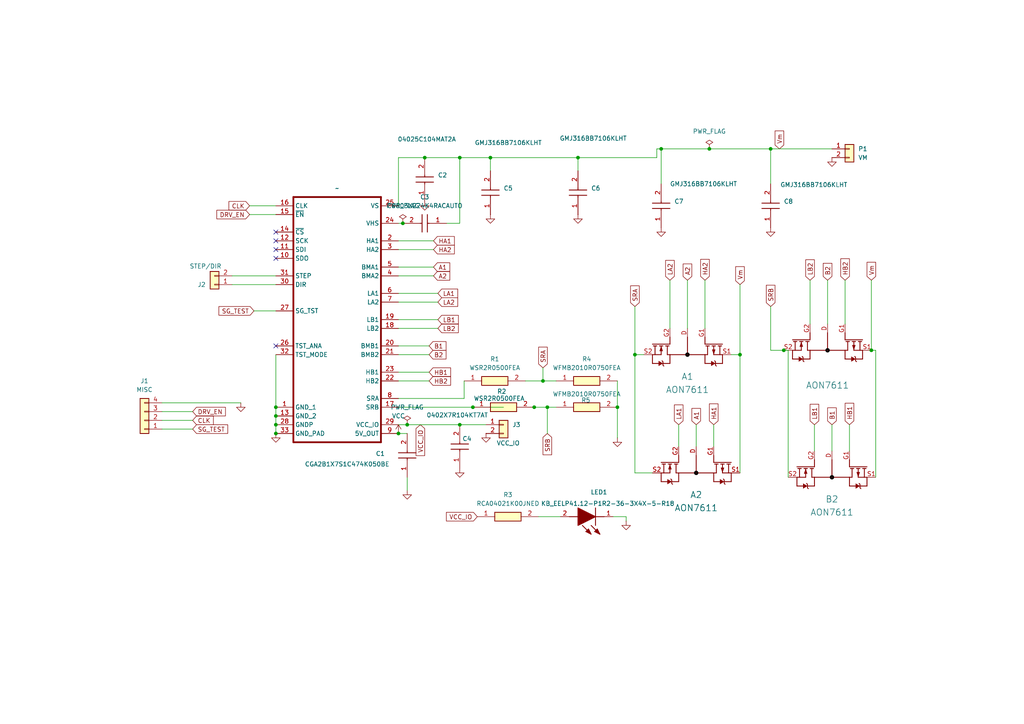
<source format=kicad_sch>
(kicad_sch (version 20231120) (generator "eeschema") (generator_version "8.0")
  (paper "A4")
  (lib_symbols
    (symbol "04025C104MAT2A:04025C104MAT2A" (pin_names hide)
      (property "Reference" "C" (at 8.89 6.35 0))
      (property "Value" "04025C104MAT2A" (at 8.89 3.81 0))
      (symbol "04025C104MAT2A_1_1"
        (polyline (pts (xy 5.08 0) (xy 5.588 0)) (stroke (width 0.254)))
        (polyline (pts (xy 5.588 2.54) (xy 5.588 -2.54)) (stroke (width 0.254)))
        (polyline (pts (xy 7.112 0) (xy 7.62 0)) (stroke (width 0.254)))
        (polyline (pts (xy 7.112 2.54) (xy 7.112 -2.54)) (stroke (width 0.254)))
        (pin passive line (at 0 0 0) (length 5.08) (name "1") (number "1"))
        (pin passive line (at 12.7 0 180) (length 5.08) (name "2") (number "2"))
      )
    )
    (symbol "0402X7R104KT7AT:0402X7R104KT7AT" (pin_names hide)
      (property "Reference" "C" (at 8.89 6.35 0))
      (property "Value" "0402X7R104KT7AT" (at 8.89 3.81 0))
      (symbol "0402X7R104KT7AT_1_1"
        (polyline (pts (xy 5.08 0) (xy 5.588 0)) (stroke (width 0.254)))
        (polyline (pts (xy 5.588 2.54) (xy 5.588 -2.54)) (stroke (width 0.254)))
        (polyline (pts (xy 7.112 0) (xy 7.62 0)) (stroke (width 0.254)))
        (polyline (pts (xy 7.112 2.54) (xy 7.112 -2.54)) (stroke (width 0.254)))
        (pin passive line (at 0 0 0) (length 5.08) (name "1") (number "1"))
        (pin passive line (at 12.7 0 180) (length 5.08) (name "2") (number "2"))
      )
    )
    (symbol "C0603X224K4RACAUTO:C0603X224K4RACAUTO" (pin_names hide)
      (property "Reference" "C" (at 8.89 6.35 0))
      (property "Value" "C0603X224K4RACAUTO" (at 8.89 3.81 0))
      (symbol "C0603X224K4RACAUTO_1_1"
        (polyline (pts (xy 5.08 0) (xy 5.588 0)) (stroke (width 0.254)))
        (polyline (pts (xy 5.588 2.54) (xy 5.588 -2.54)) (stroke (width 0.254)))
        (polyline (pts (xy 7.112 0) (xy 7.62 0)) (stroke (width 0.254)))
        (polyline (pts (xy 7.112 2.54) (xy 7.112 -2.54)) (stroke (width 0.254)))
        (pin passive line (at 0 0 0) (length 5.08) (name "1") (number "1"))
        (pin passive line (at 12.7 0 180) (length 5.08) (name "2") (number "2"))
      )
    )
    (symbol "CGA2B1X7S1C474K050BE:CGA2B1X7S1C474K050BE" (pin_names hide)
      (property "Reference" "C" (at 8.89 6.35 0))
      (property "Value" "CGA2B1X7S1C474K050BE" (at 8.89 3.81 0))
      (symbol "CGA2B1X7S1C474K050BE_1_1"
        (polyline (pts (xy 5.08 0) (xy 5.588 0)) (stroke (width 0.254)))
        (polyline (pts (xy 5.588 2.54) (xy 5.588 -2.54)) (stroke (width 0.254)))
        (polyline (pts (xy 7.112 0) (xy 7.62 0)) (stroke (width 0.254)))
        (polyline (pts (xy 7.112 2.54) (xy 7.112 -2.54)) (stroke (width 0.254)))
        (pin passive line (at 0 0 0) (length 5.08) (name "1") (number "1"))
        (pin passive line (at 12.7 0 180) (length 5.08) (name "2") (number "2"))
      )
    )
    (symbol "Connector_Generic:Conn_01x02" (pin_names (offset 1.016) hide)
      (property "Reference" "J" (at 0 2.54 0))
      (property "Value" "Conn_01x02" (at 0 -5.08 0))
      (symbol "Conn_01x02_1_1"
        (rectangle (start -1.27 -2.413) (end 0 -2.667) (stroke (width 0.1524)))
        (rectangle (start -1.27 0.127) (end 0 -0.127) (stroke (width 0.1524)))
        (rectangle (start -1.27 1.27) (end 1.27 -3.81) (stroke (width 0.254)) (fill (type background)))
        (pin passive line (at -5.08 0 0) (length 3.81) (name "Pin_1") (number "1"))
        (pin passive line (at -5.08 -2.54 0) (length 3.81) (name "Pin_2") (number "2"))
      )
    )
    (symbol "Connector_Generic:Conn_01x04" (pin_names (offset 1.016) hide)
      (property "Reference" "J" (at 0 5.08 0))
      (property "Value" "Conn_01x04" (at 0 -7.62 0))
      (symbol "Conn_01x04_1_1"
        (rectangle (start -1.27 -4.953) (end 0 -5.207) (stroke (width 0.1524)))
        (rectangle (start -1.27 -2.413) (end 0 -2.667) (stroke (width 0.1524)))
        (rectangle (start -1.27 0.127) (end 0 -0.127) (stroke (width 0.1524)))
        (rectangle (start -1.27 2.667) (end 0 2.413) (stroke (width 0.1524)))
        (rectangle (start -1.27 3.81) (end 1.27 -6.35) (stroke (width 0.254)) (fill (type background)))
        (pin passive line (at -5.08 2.54 0) (length 3.81) (name "Pin_1") (number "1"))
        (pin passive line (at -5.08 0 0) (length 3.81) (name "Pin_2") (number "2"))
        (pin passive line (at -5.08 -2.54 0) (length 3.81) (name "Pin_3") (number "3"))
        (pin passive line (at -5.08 -5.08 0) (length 3.81) (name "Pin_4") (number "4"))
      )
    )
    (symbol "GMJ316BB7106KLHT:GMJ316BB7106KLHT" (pin_names hide)
      (property "Reference" "C" (at 8.89 6.35 0))
      (property "Value" "GMJ316BB7106KLHT" (at 8.89 3.81 0))
      (symbol "GMJ316BB7106KLHT_1_1"
        (polyline (pts (xy 5.08 0) (xy 5.588 0)) (stroke (width 0.254)))
        (polyline (pts (xy 5.588 2.54) (xy 5.588 -2.54)) (stroke (width 0.254)))
        (polyline (pts (xy 7.112 0) (xy 7.62 0)) (stroke (width 0.254)))
        (polyline (pts (xy 7.112 2.54) (xy 7.112 -2.54)) (stroke (width 0.254)))
        (pin passive line (at 0 0 0) (length 5.08) (name "1") (number "1"))
        (pin passive line (at 12.7 0 180) (length 5.08) (name "2") (number "2"))
      )
    )
    (symbol "KB_EELP41_12-P1R2-36-3X4X-5-R1:KB_EELP41.12-P1R2-36-3X4X-5-R18" (pin_names hide)
      (property "Reference" "LED" (at 12.7 8.89 0))
      (property "Value" "KB_EELP41.12-P1R2-36-3X4X-5-R18" (at 12.7 6.35 0))
      (symbol "KB_EELP41.12-P1R2-36-3X4X-5-R18_1_1"
        (polyline (pts (xy 2.54 0) (xy 5.08 0)) (stroke (width 0.254)))
        (polyline (pts (xy 5.08 2.54) (xy 5.08 -2.54)) (stroke (width 0.254)))
        (polyline (pts (xy 6.35 2.54) (xy 3.81 5.08)) (stroke (width 0.254)))
        (polyline (pts (xy 8.89 2.54) (xy 6.35 5.08)) (stroke (width 0.254)))
        (polyline (pts (xy 10.16 0) (xy 12.7 0)) (stroke (width 0.254)))
        (polyline (pts (xy 5.08 0) (xy 10.16 2.54) (xy 10.16 -2.54) (xy 5.08 0)) (stroke (width 0.254)) (fill (type outline)))
        (polyline (pts (xy 5.334 4.318) (xy 4.572 3.556) (xy 3.81 5.08) (xy 5.334 4.318)) (stroke (width 0.254)) (fill (type outline)))
        (polyline (pts (xy 7.874 4.318) (xy 7.112 3.556) (xy 6.35 5.08) (xy 7.874 4.318)) (stroke (width 0.254)) (fill (type outline)))
        (pin passive line (at 0 0 0) (length 2.54) (name "K") (number "1"))
        (pin passive line (at 15.24 0 180) (length 2.54) (name "A") (number "2"))
      )
    )
    (symbol "RCA04021K00JNED:RCA04021K00JNED" (pin_names hide)
      (property "Reference" "R" (at 13.97 6.35 0))
      (property "Value" "RCA04021K00JNED" (at 13.97 3.81 0))
      (symbol "RCA04021K00JNED_1_1"
        (rectangle (start 5.08 1.27) (end 12.7 -1.27) (stroke (width 0.254)) (fill (type background)))
        (pin passive line (at 0 0 0) (length 5.08) (name "1") (number "1"))
        (pin passive line (at 17.78 0 180) (length 5.08) (name "2") (number "2"))
      )
    )
    (symbol "TMC262-LA:TMC262-LA"
      (property "Reference" "IC" (at 17.78 3.81 0))
      (symbol "TMC262-LA_1_0"
        (polyline (pts (xy 5.08 -68.58) (xy 30.48 -68.58)) (stroke (width 0.51)))
        (polyline (pts (xy 5.08 2.54) (xy 5.08 -68.58)) (stroke (width 0.51)))
        (polyline (pts (xy 30.48 -68.58) (xy 30.48 2.54)) (stroke (width 0.51)))
        (polyline (pts (xy 30.48 2.54) (xy 5.08 2.54)) (stroke (width 0.51)))
        (pin power_in line (at 0 -58.42 0) (length 5.08) (name "GND_1") (number "1"))
        (pin output line (at 0 -15.24 0) (length 5.08) (name "SDO") (number "10"))
        (pin input line (at 0 -12.7 0) (length 5.08) (name "SDI") (number "11"))
        (pin input line (at 0 -10.16 0) (length 5.08) (name "SCK") (number "12"))
        (pin power_in line (at 0 -60.96 0) (length 5.08) (name "GND_2") (number "13"))
        (pin input line (at 0 -7.62 0) (length 5.08) (name "~{CS}") (number "14"))
        (pin input line (at 0 -2.54 0) (length 5.08) (name "~{EN}") (number "15"))
        (pin input line (at 0 0 0) (length 5.08) (name "CLK") (number "16"))
        (pin input line (at 35.56 -58.42 180) (length 5.08) (name "SRB") (number "17"))
        (pin output line (at 35.56 -35.56 180) (length 5.08) (name "LB2") (number "18"))
        (pin output line (at 35.56 -33.02 180) (length 5.08) (name "LB1") (number "19"))
        (pin output line (at 35.56 -10.16 180) (length 5.08) (name "HA1") (number "2"))
        (pin input line (at 35.56 -40.64 180) (length 5.08) (name "BMB1") (number "20"))
        (pin input line (at 35.56 -43.18 180) (length 5.08) (name "BMB2") (number "21"))
        (pin output line (at 35.56 -50.8 180) (length 5.08) (name "HB2") (number "22"))
        (pin output line (at 35.56 -48.26 180) (length 5.08) (name "HB1") (number "23"))
        (pin power_in line (at 35.56 -5.08 180) (length 5.08) (name "VHS") (number "24"))
        (pin power_in line (at 35.56 0 180) (length 5.08) (name "VS") (number "25"))
        (pin output line (at 0 -40.64 0) (length 5.08) (name "TST_ANA") (number "26"))
        (pin output line (at 0 -30.48 0) (length 5.08) (name "SG_TST") (number "27"))
        (pin power_in line (at 0 -63.5 0) (length 5.08) (name "GNDP") (number "28"))
        (pin power_in line (at 35.56 -63.5 180) (length 5.08) (name "VCC_IO") (number "29"))
        (pin output line (at 35.56 -12.7 180) (length 5.08) (name "HA2") (number "3"))
        (pin input line (at 0 -22.86 0) (length 5.08) (name "DIR") (number "30"))
        (pin input line (at 0 -20.32 0) (length 5.08) (name "STEP") (number "31"))
        (pin input line (at 0 -43.18 0) (length 5.08) (name "TST_MODE") (number "32"))
        (pin power_in line (at 0 -66.04 0) (length 5.08) (name "GND_PAD") (number "33"))
        (pin input line (at 35.56 -20.32 180) (length 5.08) (name "BMA2") (number "4"))
        (pin input line (at 35.56 -17.78 180) (length 5.08) (name "BMA1") (number "5"))
        (pin output line (at 35.56 -25.4 180) (length 5.08) (name "LA1") (number "6"))
        (pin output line (at 35.56 -27.94 180) (length 5.08) (name "LA2") (number "7"))
        (pin input line (at 35.56 -55.88 180) (length 5.08) (name "SRA") (number "8"))
        (pin power_in line (at 35.56 -66.04 180) (length 5.08) (name "5V_OUT") (number "9"))
      )
    )
    (symbol "TMC262_BOB40_V1_2:AON7611"
      (property "Value" "AON7611" (at -1.27 -3.81 0))
      (symbol "AON7611_1_0"
        (polyline (pts (xy -5.08 5.08) (xy -3.048 5.08)) (stroke (width 0.254)))
        (polyline (pts (xy -5.08 10.16) (xy 0 10.16)) (stroke (width 0.254)))
        (polyline (pts (xy -5.08 15.24) (xy -3.048 15.24)) (stroke (width 0.254)))
        (polyline (pts (xy -3.048 5.08) (xy -3.048 0)) (stroke (width 0.254)))
        (polyline (pts (xy -3.048 20.32) (xy -3.048 15.24)) (stroke (width 0.254)))
        (polyline (pts (xy -2.54 0.254) (xy -2.54 1.27)) (stroke (width 0.254)))
        (polyline (pts (xy -2.54 2.032) (xy -2.54 3.048)) (stroke (width 0.254)))
        (polyline (pts (xy -2.54 4.826) (xy -2.54 3.81)) (stroke (width 0.254)))
        (polyline (pts (xy -2.54 15.494) (xy -2.54 16.51)) (stroke (width 0.254)))
        (polyline (pts (xy -2.54 17.272) (xy -2.54 18.288)) (stroke (width 0.254)))
        (polyline (pts (xy -2.54 19.05) (xy -2.54 20.066)) (stroke (width 0.254)))
        (polyline (pts (xy 0 0) (xy 2.54 0)) (stroke (width 0.254)))
        (polyline (pts (xy 0 0.762) (xy -2.54 0.762)) (stroke (width 0.254)))
        (polyline (pts (xy 0 2.54) (xy -2.54 2.54)) (stroke (width 0.254)))
        (polyline (pts (xy 0 2.54) (xy 0 0)) (stroke (width 0.254)))
        (polyline (pts (xy 0 4.318) (xy -2.54 4.318)) (stroke (width 0.254)))
        (polyline (pts (xy 0 4.318) (xy 0 5.08)) (stroke (width 0.254)))
        (polyline (pts (xy 0 5.08) (xy 2.54 5.08)) (stroke (width 0.254)))
        (polyline (pts (xy 0 15.24) (xy 0 5.08)) (stroke (width 0.254)))
        (polyline (pts (xy 0 15.24) (xy 2.54 15.24)) (stroke (width 0.254)))
        (polyline (pts (xy 0 16.002) (xy -2.54 16.002)) (stroke (width 0.254)))
        (polyline (pts (xy 0 16.002) (xy 0 15.24)) (stroke (width 0.254)))
        (polyline (pts (xy 0 17.78) (xy -2.54 17.78)) (stroke (width 0.254)))
        (polyline (pts (xy 0 17.78) (xy 0 20.32)) (stroke (width 0.254)))
        (polyline (pts (xy 0 19.558) (xy -2.54 19.558)) (stroke (width 0.254)))
        (polyline (pts (xy 0 20.32) (xy 2.54 20.32)) (stroke (width 0.254)))
        (polyline (pts (xy 2.54 0) (xy 2.54 1.778)) (stroke (width 0.254)))
        (polyline (pts (xy 2.54 5.08) (xy 2.54 3.048)) (stroke (width 0.254)))
        (polyline (pts (xy 2.54 15.24) (xy 2.54 17.018)) (stroke (width 0.254)))
        (polyline (pts (xy 2.54 20.32) (xy 2.54 18.288)) (stroke (width 0.254)))
        (polyline (pts (xy -2.54 2.54) (xy -1.016 2.032) (xy -1.016 3.048) (xy -2.54 2.54)) (stroke (width -0.0001)) (fill (type outline)))
        (polyline (pts (xy 0 17.78) (xy -1.524 18.288) (xy -1.524 17.272) (xy 0 17.78)) (stroke (width -0.0001)) (fill (type outline)))
        (polyline (pts (xy 2.54 3.048) (xy 1.778 1.778) (xy 3.302 1.778) (xy 2.54 3.048)) (stroke (width -0.0001)) (fill (type outline)))
        (polyline (pts (xy 2.54 18.288) (xy 1.778 17.018) (xy 3.302 17.018) (xy 2.54 18.288)) (stroke (width -0.0001)) (fill (type outline)))
        (polyline (pts (xy 3.302 3.302) (xy 3.048 3.048) (xy 2.032 3.048) (xy 1.778 2.794)) (stroke (width 0.254)))
        (polyline (pts (xy 3.302 18.542) (xy 3.048 18.288) (xy 2.032 18.288) (xy 1.778 18.034)) (stroke (width 0.254)))
        (circle (center 0 10.16) (radius 0.127) (stroke (width 0.508) (color 0 0 0 1)))
        (pin passive line (at -7.62 10.16 0) (length 2.54) (name "D") (number "D"))
        (pin passive line (at -7.62 15.24 0) (length 2.54) (name "G1") (number "G1"))
        (pin passive line (at -7.62 5.08 0) (length 2.54) (name "G2") (number "G2"))
        (pin passive line (at 0 22.86 270) (length 2.54) (name "S1") (number "S1"))
        (pin passive line (at 0 -2.54 90) (length 2.54) (name "S2") (number "S2"))
      )
    )
    (symbol "WFMB2010R0750FEA:WFMB2010R0750FEA" (pin_names hide)
      (property "Reference" "R" (at 13.97 6.35 0))
      (property "Value" "WFMB2010R0750FEA" (at 13.97 3.81 0))
      (symbol "WFMB2010R0750FEA_1_1"
        (rectangle (start 5.08 1.27) (end 12.7 -1.27) (stroke (width 0.254)) (fill (type background)))
        (pin passive line (at 0 0 0) (length 5.08) (name "1") (number "1"))
        (pin passive line (at 17.78 0 180) (length 5.08) (name "2") (number "2"))
      )
    )
    (symbol "WSR2R0500FEA:WSR2R0500FEA" (pin_names hide)
      (property "Reference" "R" (at 13.97 6.35 0))
      (property "Value" "WSR2R0500FEA" (at 13.97 3.81 0))
      (symbol "WSR2R0500FEA_1_1"
        (rectangle (start 5.08 1.27) (end 12.7 -1.27) (stroke (width 0.254)) (fill (type background)))
        (pin passive line (at 0 0 0) (length 5.08) (name "1") (number "1"))
        (pin passive line (at 17.78 0 180) (length 5.08) (name "2") (number "2"))
      )
    )
    (symbol "power:GND" (power) (pin_numbers hide) (pin_names (offset 0) hide)
      (property "Value" "GND" (at 0 -3.81 0))
      (symbol "GND_0_1"
        (polyline (pts (xy 0 0) (xy 0 -1.27) (xy 1.27 -1.27) (xy 0 -2.54) (xy -1.27 -1.27) (xy 0 -1.27)))
      )
      (symbol "GND_1_1"
        (pin power_in line (at 0 0 270) (length 0) (name "~") (number "1"))
      )
    )
    (symbol "power:PWR_FLAG" (power) (pin_numbers hide) (pin_names (offset 0) hide)
      (property "Value" "PWR_FLAG" (at 0 3.81 0))
      (symbol "PWR_FLAG_0_0"
        (pin power_out line (at 0 0 90) (length 0) (name "~") (number "1"))
      )
      (symbol "PWR_FLAG_0_1"
        (polyline (pts (xy 0 0) (xy 0 1.27) (xy -1.016 1.905) (xy 0 2.54) (xy 1.016 1.905) (xy 0 1.27)))
      )
    )
    (symbol "power:VCC" (power) (pin_numbers hide) (pin_names (offset 0) hide)
      (property "Value" "VCC" (at 0 3.556 0))
      (symbol "VCC_0_1"
        (polyline (pts (xy -0.762 1.27) (xy 0 2.54)))
        (polyline (pts (xy 0 0) (xy 0 2.54)))
        (polyline (pts (xy 0 2.54) (xy 0.762 1.27)))
      )
      (symbol "VCC_1_1"
        (pin power_in line (at 0 0 90) (length 0) (name "~") (number "1"))
      )
    )
  )
  (junction (at 167.64 45.72))
  (junction (at 133.35 123.19))
  (junction (at 223.52 43.18))
  (junction (at 158.75 118.11))
  (junction (at 80.01 125.73))
  (junction (at 179.07 118.11))
  (junction (at 133.35 45.72))
  (junction (at 191.77 43.18))
  (junction (at 80.01 118.11))
  (junction (at 118.11 123.19))
  (junction (at 157.48 110.49))
  (junction (at 115.57 125.73))
  (junction (at 205.74 43.18))
  (junction (at 80.01 120.65))
  (junction (at 252.73 101.6))
  (junction (at 142.24 45.72))
  (junction (at 80.01 123.19))
  (junction (at 123.19 45.72))
  (junction (at 154.94 118.11))
  (junction (at 184.15 102.87))
  (junction (at 116.84 64.77))
  (junction (at 214.63 102.87))
  (junction (at 137.16 118.11))
  (junction (at 227.33 101.6))
  (no_connect (at 80.01 69.85))
  (no_connect (at 80.01 67.31))
  (no_connect (at 80.01 72.39))
  (no_connect (at 80.01 100.33))
  (no_connect (at 80.01 74.93))
  (wire (pts (xy 205.74 43.18) (xy 223.52 43.18)))
  (wire (pts (xy 191.77 43.18) (xy 205.74 43.18)))
  (wire (pts (xy 115.57 100.33) (xy 124.46 100.33)))
  (wire (pts (xy 214.63 82.55) (xy 214.63 102.87)))
  (wire (pts (xy 115.57 102.87) (xy 124.46 102.87)))
  (wire (pts (xy 133.35 45.72) (xy 142.24 45.72)))
  (wire (pts (xy 158.75 118.11) (xy 161.29 118.11)))
  (wire (pts (xy 241.3 123.19) (xy 241.3 130.81)))
  (wire (pts (xy 115.57 107.95) (xy 124.46 107.95)))
  (wire (pts (xy 227.33 101.6) (xy 228.6 101.6)))
  (wire (pts (xy 161.29 110.49) (xy 157.48 110.49)))
  (wire (pts (xy 80.01 123.19) (xy 80.01 125.73)))
  (wire (pts (xy 118.11 123.19) (xy 133.35 123.19)))
  (wire (pts (xy 199.39 81.28) (xy 199.39 95.25)))
  (wire (pts (xy 67.31 80.01) (xy 80.01 80.01)))
  (wire (pts (xy 72.39 59.69) (xy 80.01 59.69)))
  (wire (pts (xy 115.57 80.01) (xy 125.73 80.01)))
  (wire (pts (xy 80.01 118.11) (xy 80.01 120.65)))
  (wire (pts (xy 133.35 123.19) (xy 140.97 123.19)))
  (wire (pts (xy 241.3 43.18) (xy 223.52 43.18)))
  (wire (pts (xy 184.15 102.87) (xy 186.69 102.87)))
  (wire (pts (xy 137.16 118.11) (xy 146.05 118.11)))
  (wire (pts (xy 115.57 110.49) (xy 124.46 110.49)))
  (wire (pts (xy 115.57 92.71) (xy 127 92.71)))
  (wire (pts (xy 177.8 149.86) (xy 181.61 149.86)))
  (wire (pts (xy 184.15 88.9) (xy 184.15 102.87)))
  (wire (pts (xy 67.31 82.55) (xy 80.01 82.55)))
  (wire (pts (xy 204.47 81.28) (xy 204.47 95.25)))
  (wire (pts (xy 142.24 45.72) (xy 167.64 45.72)))
  (wire (pts (xy 181.61 149.86) (xy 181.61 151.13)))
  (wire (pts (xy 189.23 137.16) (xy 184.15 137.16)))
  (wire (pts (xy 142.24 45.72) (xy 142.24 49.53)))
  (wire (pts (xy 115.57 77.47) (xy 125.73 77.47)))
  (wire (pts (xy 190.5 43.18) (xy 190.5 45.72)))
  (wire (pts (xy 252.73 81.28) (xy 252.73 101.6)))
  (wire (pts (xy 236.22 123.19) (xy 236.22 130.81)))
  (wire (pts (xy 115.57 87.63) (xy 127 87.63)))
  (wire (pts (xy 80.01 120.65) (xy 80.01 123.19)))
  (wire (pts (xy 115.57 69.85) (xy 125.73 69.85)))
  (wire (pts (xy 246.38 123.19) (xy 246.38 130.81)))
  (wire (pts (xy 223.52 43.18) (xy 223.52 53.34)))
  (wire (pts (xy 254 138.43) (xy 254 101.6)))
  (wire (pts (xy 72.39 62.23) (xy 80.01 62.23)))
  (wire (pts (xy 46.99 116.84) (xy 69.85 116.84)))
  (wire (pts (xy 115.57 72.39) (xy 125.73 72.39)))
  (wire (pts (xy 118.11 138.43) (xy 118.11 142.24)))
  (wire (pts (xy 115.57 59.69) (xy 115.57 45.72)))
  (wire (pts (xy 115.57 45.72) (xy 123.19 45.72)))
  (wire (pts (xy 214.63 102.87) (xy 214.63 137.16)))
  (wire (pts (xy 245.11 81.28) (xy 245.11 93.98)))
  (wire (pts (xy 194.31 81.28) (xy 194.31 95.25)))
  (wire (pts (xy 212.09 102.87) (xy 214.63 102.87)))
  (wire (pts (xy 133.35 45.72) (xy 133.35 64.77)))
  (wire (pts (xy 115.57 125.73) (xy 118.11 125.73)))
  (wire (pts (xy 157.48 110.49) (xy 152.4 110.49)))
  (wire (pts (xy 196.85 123.19) (xy 196.85 129.54)))
  (wire (pts (xy 228.6 138.43) (xy 228.6 101.6)))
  (wire (pts (xy 73.66 90.17) (xy 80.01 90.17)))
  (wire (pts (xy 129.54 64.77) (xy 133.35 64.77)))
  (wire (pts (xy 191.77 43.18) (xy 190.5 43.18)))
  (wire (pts (xy 134.62 110.49) (xy 134.62 115.57)))
  (wire (pts (xy 80.01 102.87) (xy 80.01 118.11)))
  (wire (pts (xy 156.21 149.86) (xy 162.56 149.86)))
  (wire (pts (xy 240.03 81.28) (xy 240.03 93.98)))
  (wire (pts (xy 184.15 137.16) (xy 184.15 102.87)))
  (wire (pts (xy 223.52 88.9) (xy 223.52 101.6)))
  (wire (pts (xy 207.01 123.19) (xy 207.01 129.54)))
  (wire (pts (xy 154.94 118.11) (xy 153.67 118.11)))
  (wire (pts (xy 234.95 81.28) (xy 234.95 93.98)))
  (wire (pts (xy 115.57 85.09) (xy 127 85.09)))
  (wire (pts (xy 179.07 118.11) (xy 179.07 127)))
  (wire (pts (xy 116.84 64.77) (xy 115.57 64.77)))
  (wire (pts (xy 254 101.6) (xy 252.73 101.6)))
  (wire (pts (xy 201.93 123.19) (xy 201.93 129.54)))
  (wire (pts (xy 167.64 45.72) (xy 167.64 49.53)))
  (wire (pts (xy 157.48 106.68) (xy 157.48 110.49)))
  (wire (pts (xy 46.99 121.92) (xy 55.88 121.92)))
  (wire (pts (xy 46.99 119.38) (xy 55.88 119.38)))
  (wire (pts (xy 46.99 124.46) (xy 55.88 124.46)))
  (wire (pts (xy 158.75 118.11) (xy 154.94 118.11)))
  (wire (pts (xy 115.57 95.25) (xy 127 95.25)))
  (wire (pts (xy 179.07 110.49) (xy 179.07 118.11)))
  (wire (pts (xy 167.64 45.72) (xy 190.5 45.72)))
  (wire (pts (xy 115.57 115.57) (xy 134.62 115.57)))
  (wire (pts (xy 223.52 101.6) (xy 227.33 101.6)))
  (wire (pts (xy 191.77 43.18) (xy 191.77 53.34)))
  (wire (pts (xy 158.75 118.11) (xy 158.75 125.73)))
  (wire (pts (xy 115.57 118.11) (xy 137.16 118.11)))
  (wire (pts (xy 115.57 123.19) (xy 118.11 123.19)))
  (wire (pts (xy 123.19 45.72) (xy 133.35 45.72)))
  (global_label "A1" (shape input) (at 201.93 123.19 90) (property "Intersheetrefs" "${INTERSHEET_REFS}" (effects (hide yes))))
  (global_label "Vm" (shape input) (at 252.73 81.28 90) (property "Intersheetrefs" "${INTERSHEET_REFS}" (effects (hide yes))))
  (global_label "A2" (shape input) (at 199.39 81.28 90) (property "Intersheetrefs" "${INTERSHEET_REFS}" (effects (hide yes))))
  (global_label "SRA" (shape input) (at 157.48 106.68 90) (property "Intersheetrefs" "${INTERSHEET_REFS}" (effects (hide yes))))
  (global_label "HA1" (shape input) (at 125.73 69.85 0) (property "Intersheetrefs" "${INTERSHEET_REFS}" (effects (hide yes))))
  (global_label "SG_TEST" (shape input) (at 73.66 90.17 180) (property "Intersheetrefs" "${INTERSHEET_REFS}" (effects (hide yes))))
  (global_label "B1" (shape input) (at 241.3 123.19 90) (property "Intersheetrefs" "${INTERSHEET_REFS}" (effects (hide yes))))
  (global_label "HB1" (shape input) (at 124.46 107.95 0) (property "Intersheetrefs" "${INTERSHEET_REFS}" (effects (hide yes))))
  (global_label "LA2" (shape input) (at 127 87.63 0) (property "Intersheetrefs" "${INTERSHEET_REFS}" (effects (hide yes))))
  (global_label "VCC_IO" (shape input) (at 138.43 149.86 180) (property "Intersheetrefs" "${INTERSHEET_REFS}" (effects (hide yes))))
  (global_label "LA1" (shape input) (at 196.85 123.19 90) (property "Intersheetrefs" "${INTERSHEET_REFS}" (effects (hide yes))))
  (global_label "HB1" (shape input) (at 246.38 123.19 90) (property "Intersheetrefs" "${INTERSHEET_REFS}" (effects (hide yes))))
  (global_label "HA1" (shape input) (at 207.01 123.19 90) (property "Intersheetrefs" "${INTERSHEET_REFS}" (effects (hide yes))))
  (global_label "HA2" (shape input) (at 204.47 81.28 90) (property "Intersheetrefs" "${INTERSHEET_REFS}" (effects (hide yes))))
  (global_label "DRV_EN" (shape input) (at 55.88 119.38 0) (property "Intersheetrefs" "${INTERSHEET_REFS}" (effects (hide yes))))
  (global_label "A1" (shape input) (at 125.73 77.47 0) (property "Intersheetrefs" "${INTERSHEET_REFS}" (effects (hide yes))))
  (global_label "B2" (shape input) (at 124.46 102.87 0) (property "Intersheetrefs" "${INTERSHEET_REFS}" (effects (hide yes))))
  (global_label "LB2" (shape input) (at 127 95.25 0) (property "Intersheetrefs" "${INTERSHEET_REFS}" (effects (hide yes))))
  (global_label "LA2" (shape input) (at 194.31 81.28 90) (property "Intersheetrefs" "${INTERSHEET_REFS}" (effects (hide yes))))
  (global_label "Vm" (shape input) (at 226.06 43.18 90) (property "Intersheetrefs" "${INTERSHEET_REFS}" (effects (hide yes))))
  (global_label "VCC_IO" (shape input) (at 121.92 123.19 270) (property "Intersheetrefs" "${INTERSHEET_REFS}" (effects (hide yes))))
  (global_label "SRB" (shape input) (at 223.52 88.9 90) (property "Intersheetrefs" "${INTERSHEET_REFS}" (effects (hide yes))))
  (global_label "LB1" (shape input) (at 127 92.71 0) (property "Intersheetrefs" "${INTERSHEET_REFS}" (effects (hide yes))))
  (global_label "SRB" (shape input) (at 158.75 125.73 270) (property "Intersheetrefs" "${INTERSHEET_REFS}" (effects (hide yes))))
  (global_label "CLK" (shape input) (at 55.88 121.92 0) (property "Intersheetrefs" "${INTERSHEET_REFS}" (effects (hide yes))))
  (global_label "A2" (shape input) (at 125.73 80.01 0) (property "Intersheetrefs" "${INTERSHEET_REFS}" (effects (hide yes))))
  (global_label "B1" (shape input) (at 124.46 100.33 0) (property "Intersheetrefs" "${INTERSHEET_REFS}" (effects (hide yes))))
  (global_label "LB2" (shape input) (at 234.95 81.28 90) (property "Intersheetrefs" "${INTERSHEET_REFS}" (effects (hide yes))))
  (global_label "CLK" (shape input) (at 72.39 59.69 180) (property "Intersheetrefs" "${INTERSHEET_REFS}" (effects (hide yes))))
  (global_label "Vm" (shape input) (at 214.63 82.55 90) (property "Intersheetrefs" "${INTERSHEET_REFS}" (effects (hide yes))))
  (global_label "HB2" (shape input) (at 124.46 110.49 0) (property "Intersheetrefs" "${INTERSHEET_REFS}" (effects (hide yes))))
  (global_label "LB1" (shape input) (at 236.22 123.19 90) (property "Intersheetrefs" "${INTERSHEET_REFS}" (effects (hide yes))))
  (global_label "HB2" (shape input) (at 245.11 81.28 90) (property "Intersheetrefs" "${INTERSHEET_REFS}" (effects (hide yes))))
  (global_label "SG_TEST" (shape input) (at 55.88 124.46 0) (property "Intersheetrefs" "${INTERSHEET_REFS}" (effects (hide yes))))
  (global_label "DRV_EN" (shape input) (at 72.39 62.23 180) (property "Intersheetrefs" "${INTERSHEET_REFS}" (effects (hide yes))))
  (global_label "LA1" (shape input) (at 127 85.09 0) (property "Intersheetrefs" "${INTERSHEET_REFS}" (effects (hide yes))))
  (global_label "B2" (shape input) (at 240.03 81.28 90) (property "Intersheetrefs" "${INTERSHEET_REFS}" (effects (hide yes))))
  (global_label "SRA" (shape input) (at 184.15 88.9 90) (property "Intersheetrefs" "${INTERSHEET_REFS}" (effects (hide yes))))
  (global_label "HA2" (shape input) (at 125.73 72.39 0) (property "Intersheetrefs" "${INTERSHEET_REFS}" (effects (hide yes))))
  (symbol (lib_id "power:GND") (at 140.97 125.73 0) (unit 1)
    (property "Reference" "#PWR07" (effects (hide yes)))
    (property "Value" "GND" (effects (hide yes)))
    (property "Description" "Power symbol creates a global label with name \"GND\" , ground" (effects (hide yes)))
  )
  (symbol (lib_id "GMJ316BB7106KLHT:GMJ316BB7106KLHT") (at 142.24 62.23 90) (unit 1)
    (property "Reference" "C5" (at 146.05 54.6099 90) (effects (justify right)))
    (property "Value" "GMJ316BB7106KLHT" (at 137.668 41.402 90) (effects (justify right)))
    (property "Footprint" "CAPPC3216X125N" (effects (hide yes)))
    (property "Datasheet" "https://datasheet.datasheetarchive.com/originals/distributors/DKDS-37/730539.pdf" (effects (hide yes)))
    (property "Description" "Multilayer Ceramic Capacitors MLCC - SMD/SMT 10uF 35V X7R 10% 1206 Flx AEC-Q200" (effects (hide yes)))
    (property "Height" "1.25" (effects (hide yes)))
    (property "Mouser Part Number" "963-GMJ316BB7106KLHT" (effects (hide yes)))
    (property "Mouser Price/Stock" "https://www.mouser.co.uk/ProductDetail/Taiyo-Yuden/GMJ316BB7106KLHT?qs=6oMev5NRZMHsJBH%2FrXfPIA%3D%3D" (effects (hide yes)))
    (property "Manufacturer_Name" "TAIYO YUDEN" (effects (hide yes)))
    (property "Manufacturer_Part_Number" "GMJ316BB7106KLHT" (effects (hide yes)))
  )
  (symbol (lib_id "0402X7R104KT7AT:0402X7R104KT7AT") (at 133.35 135.89 90) (unit 1)
    (property "Reference" "C4" (at 134.112 127.254 90) (effects (justify right)))
    (property "Value" "0402X7R104KT7AT" (at 123.698 120.396 90) (effects (justify right)))
    (property "Footprint" "CAPC1005X61N" (effects (hide yes)))
    (property "Datasheet" "https://www.mouser.es/datasheet/2/40/general_purpose-3169586.pdf" (effects (hide yes)))
    (property "Description" "Ceramic Capacitor, Multilayer, Ceramic, 16V, 10% +Tol, 10% -Tol, X7R, 15% TC, 0.1uF, Surface Mount, 0402" (effects (hide yes)))
    (property "Height" "0.61" (effects (hide yes)))
    (property "Mouser Part Number" "581-0402X7R104KT7AT" (effects (hide yes)))
    (property "Mouser Price/Stock" "https://www.mouser.co.uk/ProductDetail/KYOCERA-AVX/0402X7R104KT7AT?qs=DPoM0jnrROXD467pFR2ukA%3D%3D" (effects (hide yes)))
    (property "Manufacturer_Name" "Kyocera AVX" (effects (hide yes)))
    (property "Manufacturer_Part_Number" "0402X7R104KT7AT" (effects (hide yes)))
  )
  (symbol (lib_id "power:GND") (at 118.11 142.24 0) (unit 1)
    (property "Reference" "#PWR04" (effects (hide yes)))
    (property "Value" "GND" (effects (hide yes)))
    (property "Description" "Power symbol creates a global label with name \"GND\" , ground" (effects (hide yes)))
  )
  (symbol (lib_id "power:GND") (at 241.3 45.72 0) (unit 1)
    (property "Reference" "#PWR014" (effects (hide yes)))
    (property "Value" "GND" (effects (hide yes)))
    (property "Description" "Power symbol creates a global label with name \"GND\" , ground" (effects (hide yes)))
  )
  (symbol (lib_id "WSR2R0500FEA:WSR2R0500FEA") (at 134.62 110.49 0) (unit 1)
    (property "Reference" "R1" (at 143.51 104.14 0))
    (property "Value" "WSR2R0500FEA" (at 143.51 106.68 0))
    (property "Footprint" "RESM11670X254N" (effects (hide yes)))
    (property "Datasheet" "https://componentsearchengine.com/Datasheets/1/WSR2R0500FEA.pdf" (effects (hide yes)))
    (property "Description" "WSR2 SMD Resistor,2W,1%,R050 Vishay WSR2 Series Metal Strip Low Ohmic Surface Mount Resistor 4527 Case 50m +/-1% 2W +/-75ppm/C" (effects (hide yes)))
    (property "Height" "2.537" (effects (hide yes)))
    (property "Mouser Part Number" "71-WSR2R0500FEA" (effects (hide yes)))
    (property "Mouser Price/Stock" "https://www.mouser.com/Search/Refine.aspx?Keyword=71-WSR2R0500FEA" (effects (hide yes)))
    (property "Manufacturer_Name" "Vishay" (effects (hide yes)))
    (property "Manufacturer_Part_Number" "WSR2R0500FEA" (effects (hide yes)))
  )
  (symbol (lib_id "CGA2B1X7S1C474K050BE:CGA2B1X7S1C474K050BE") (at 118.11 138.43 90) (unit 1)
    (property "Reference" "C1" (at 108.966 131.572 90) (effects (justify right)))
    (property "Value" "CGA2B1X7S1C474K050BE" (at 88.392 134.62 90) (effects (justify right)))
    (property "Footprint" "CAPC1005X55N" (effects (hide yes)))
    (property "Description" "Multilayer Ceramic Capacitors MLCC - SMD/SMT 0402 0.47uF 16volts X7S 10% Soft Term" (effects (hide yes)))
    (property "Height" "0.55" (effects (hide yes)))
    (property "Mouser Part Number" "810-CGA2B1X7S1C474KB" (effects (hide yes)))
    (property "Mouser Price/Stock" "https://www.mouser.co.uk/ProductDetail/TDK/CGA2B1X7S1C474K050BE?qs=nQSIdc08i%252BcGEyDh8LdwLg%3D%3D" (effects (hide yes)))
    (property "Manufacturer_Name" "TDK" (effects (hide yes)))
    (property "Manufacturer_Part_Number" "CGA2B1X7S1C474K050BE" (effects (hide yes)))
  )
  (symbol (lib_id "WFMB2010R0750FEA:WFMB2010R0750FEA") (at 161.29 110.49 0) (unit 1)
    (property "Reference" "R4" (at 170.18 104.14 0))
    (property "Value" "WFMB2010R0750FEA" (at 170.18 106.68 0))
    (property "Footprint" "RESC5125X65N" (effects (hide yes)))
    (property "Datasheet" "https://datasheet.datasheetarchive.com/originals/distributors/Datasheets_SAMA/ca61f143e72def871d1e0aad69108011.pdf" (effects (hide yes)))
    (property "Description" "Vishay 0.075, 2010 (5025M) SMD Resistor +/-1% 2W - WFMB2010R0750FEA" (effects (hide yes)))
    (property "Height" "0.65" (effects (hide yes)))
    (property "Mouser Part Number" "71-WFMB2010R0750FEA" (effects (hide yes)))
    (property "Mouser Price/Stock" "https://www.mouser.co.uk/ProductDetail/Vishay/WFMB2010R0750FEA?qs=2WXlatMagcGsU%2F2ZtxxQZw%3D%3D" (effects (hide yes)))
    (property "Manufacturer_Name" "Vishay" (effects (hide yes)))
    (property "Manufacturer_Part_Number" "WFMB2010R0750FEA" (effects (hide yes)))
  )
  (symbol (lib_id "Connector_Generic:Conn_01x02") (at 146.05 123.19 0) (unit 1)
    (property "Reference" "J3" (at 148.59 123.1899 0) (effects (justify left)))
    (property "Value" "VCC_IO" (at 144.018 128.524 0) (effects (justify left)))
    (property "Description" "Generic connector, single row, 01x02, script generated (kicad-library-utils/schlib/autogen/connector/)" (effects (hide yes)))
  )
  (symbol (lib_id "power:GND") (at 191.77 66.04 0) (unit 1)
    (property "Reference" "#PWR012" (effects (hide yes)))
    (property "Value" "GND" (effects (hide yes)))
    (property "Description" "Power symbol creates a global label with name \"GND\" , ground" (effects (hide yes)))
  )
  (symbol (lib_id "power:GND") (at 133.35 135.89 0) (unit 1)
    (property "Reference" "#PWR06" (effects (hide yes)))
    (property "Value" "GND" (effects (hide yes)))
    (property "Description" "Power symbol creates a global label with name \"GND\" , ground" (effects (hide yes)))
  )
  (symbol (lib_id "RCA04021K00JNED:RCA04021K00JNED") (at 138.43 149.86 0) (unit 1)
    (property "Reference" "R3" (at 147.32 143.51 0))
    (property "Value" "RCA04021K00JNED" (at 147.32 146.05 0))
    (property "Footprint" "RESC1005X40N" (effects (hide yes)))
    (property "Datasheet" "https://www.vishay.com/docs/20037/rcae3.pdf" (effects (hide yes)))
    (property "Description" "Thick Film Resistors - SMD RCA0402 1K0 5% 200 ET7 e3" (effects (hide yes)))
    (property "Height" "0.4" (effects (hide yes)))
    (property "Mouser Part Number" "71-RCA04021K00JNED" (effects (hide yes)))
    (property "Mouser Price/Stock" "https://www.mouser.co.uk/ProductDetail/Vishay-Draloric/RCA04021K00JNED?qs=%2F1ulvxij7NGYIps%252BNngVLQ%3D%3D" (effects (hide yes)))
    (property "Manufacturer_Name" "Vishay" (effects (hide yes)))
    (property "Manufacturer_Part_Number" "RCA04021K00JNED" (effects (hide yes)))
  )
  (symbol (lib_id "TMC262-LA:TMC262-LA") (at 80.01 59.69 0) (unit 1)
    (property "Reference" "IC1" (effects (hide yes)))
    (property "Value" "~" (at 97.79 54.61 0) (effects (font (size 1.778 1.5113))))
    (property "Footprint" "TMC262-LA:TMC_QFN32_0.5_5.0X5.0" (effects (hide yes)))
    (property "Description" "Energy saving high resolution microstepping two phase stepper driver with Step/Dir, SPI, up to 60V, QFN32(5x5)" (effects (hide yes)))
  )
  (symbol (lib_id "WSR2R0500FEA:WSR2R0500FEA") (at 137.16 118.11 0) (unit 1)
    (property "Reference" "R2" (at 145.542 113.538 0))
    (property "Value" "WSR2R0500FEA" (at 144.78 115.57 0))
    (property "Footprint" "RESM11670X254N" (effects (hide yes)))
    (property "Datasheet" "https://componentsearchengine.com/Datasheets/1/WSR2R0500FEA.pdf" (effects (hide yes)))
    (property "Description" "WSR2 SMD Resistor,2W,1%,R050 Vishay WSR2 Series Metal Strip Low Ohmic Surface Mount Resistor 4527 Case 50m +/-1% 2W +/-75ppm/C" (effects (hide yes)))
    (property "Height" "2.537" (effects (hide yes)))
    (property "Mouser Part Number" "71-WSR2R0500FEA" (effects (hide yes)))
    (property "Mouser Price/Stock" "https://www.mouser.com/Search/Refine.aspx?Keyword=71-WSR2R0500FEA" (effects (hide yes)))
    (property "Manufacturer_Name" "Vishay" (effects (hide yes)))
    (property "Manufacturer_Part_Number" "WSR2R0500FEA" (effects (hide yes)))
  )
  (symbol (lib_id "TMC262_BOB40_V1_2:AON7611") (at 189.23 102.87 270) (unit 1)
    (property "Reference" "A1" (at 199.39 109.22 90) (effects (font (size 1.8288 1.8288))))
    (property "Value" "AON7611" (at 199.39 113.03 90) (effects (font (size 1.8288 1.8288))))
    (property "Footprint" "AON7611" (effects (hide yes)))
    (property "Description" "Mosfet Array N and P-Channel, Common Drain 30V 9A, 18.5A 1.5W Surface Mount 8-DFN (3x3)" (effects (hide yes)))
    (property "Supplier 1" "Digi-Key" (effects (hide yes)))
    (property "SPL1_PN" "785-1404-1-ND" (effects (hide yes)))
    (property "MPN" "AON7611" (effects (hide yes)))
    (property "MF" "Alpha & Omega Semiconductor Inc." (effects (hide yes)))
  )
  (symbol (lib_id "power:PWR_FLAG") (at 205.74 43.18 0) (unit 1)
    (property "Reference" "#FLG03" (effects (hide yes)))
    (property "Value" "PWR_FLAG" (at 205.74 38.1 0))
    (property "Description" "Special symbol for telling ERC where power comes from" (effects (hide yes)))
  )
  (symbol (lib_id "power:GND") (at 69.85 116.84 0) (unit 1)
    (property "Reference" "#PWR01" (effects (hide yes)))
    (property "Value" "GND" (effects (hide yes)))
    (property "Description" "Power symbol creates a global label with name \"GND\" , ground" (effects (hide yes)))
  )
  (symbol (lib_id "power:GND") (at 167.64 62.23 0) (unit 1)
    (property "Reference" "#PWR09" (effects (hide yes)))
    (property "Value" "GND" (effects (hide yes)))
    (property "Description" "Power symbol creates a global label with name \"GND\" , ground" (effects (hide yes)))
  )
  (symbol (lib_id "power:GND") (at 123.19 58.42 0) (unit 1)
    (property "Reference" "#PWR05" (effects (hide yes)))
    (property "Value" "GND" (effects (hide yes)))
    (property "Description" "Power symbol creates a global label with name \"GND\" , ground" (effects (hide yes)))
  )
  (symbol (lib_id "Connector_Generic:Conn_01x02") (at 246.38 43.18 0) (unit 1)
    (property "Reference" "P1" (at 248.92 43.1799 0) (effects (justify left)))
    (property "Value" "VM" (at 248.92 45.7199 0) (effects (justify left)))
    (property "Description" "Generic connector, single row, 01x02, script generated (kicad-library-utils/schlib/autogen/connector/)" (effects (hide yes)))
  )
  (symbol (lib_id "TMC262_BOB40_V1_2:AON7611") (at 191.77 137.16 270) (unit 1)
    (property "Reference" "A2" (at 201.93 143.51 90) (effects (font (size 1.8288 1.8288))))
    (property "Value" "AON7611" (at 201.93 147.32 90) (effects (font (size 1.8288 1.8288))))
    (property "Footprint" "AON7611" (effects (hide yes)))
    (property "Description" "Mosfet Array N and P-Channel, Common Drain 30V 9A, 18.5A 1.5W Surface Mount 8-DFN (3x3)" (effects (hide yes)))
    (property "Supplier 1" "Digi-Key" (effects (hide yes)))
    (property "SPL1_PN" "785-1404-1-ND" (effects (hide yes)))
    (property "MPN" "AON7611" (effects (hide yes)))
    (property "MF" "Alpha & Omega Semiconductor Inc." (effects (hide yes)))
  )
  (symbol (lib_id "power:VCC") (at 115.57 125.73 0) (unit 1)
    (property "Reference" "#PWR03" (effects (hide yes)))
    (property "Value" "VCC" (at 115.57 120.65 0))
    (property "Description" "Power symbol creates a global label with name \"VCC\"" (effects (hide yes)))
  )
  (symbol (lib_id "GMJ316BB7106KLHT:GMJ316BB7106KLHT") (at 167.64 62.23 90) (unit 1)
    (property "Reference" "C6" (at 171.45 54.6099 90) (effects (justify right)))
    (property "Value" "GMJ316BB7106KLHT" (at 162.306 40.132 90) (effects (justify right)))
    (property "Footprint" "CAPPC3216X125N" (effects (hide yes)))
    (property "Datasheet" "https://datasheet.datasheetarchive.com/originals/distributors/DKDS-37/730539.pdf" (effects (hide yes)))
    (property "Description" "Multilayer Ceramic Capacitors MLCC - SMD/SMT 10uF 35V X7R 10% 1206 Flx AEC-Q200" (effects (hide yes)))
    (property "Height" "1.25" (effects (hide yes)))
    (property "Mouser Part Number" "963-GMJ316BB7106KLHT" (effects (hide yes)))
    (property "Mouser Price/Stock" "https://www.mouser.co.uk/ProductDetail/Taiyo-Yuden/GMJ316BB7106KLHT?qs=6oMev5NRZMHsJBH%2FrXfPIA%3D%3D" (effects (hide yes)))
    (property "Manufacturer_Name" "TAIYO YUDEN" (effects (hide yes)))
    (property "Manufacturer_Part_Number" "GMJ316BB7106KLHT" (effects (hide yes)))
  )
  (symbol (lib_id "WFMB2010R0750FEA:WFMB2010R0750FEA") (at 161.29 118.11 0) (unit 1)
    (property "Reference" "R5" (at 169.926 116.078 0))
    (property "Value" "WFMB2010R0750FEA" (at 170.18 114.3 0))
    (property "Footprint" "RESC5125X65N" (effects (hide yes)))
    (property "Datasheet" "https://datasheet.datasheetarchive.com/originals/distributors/Datasheets_SAMA/ca61f143e72def871d1e0aad69108011.pdf" (effects (hide yes)))
    (property "Description" "Vishay 0.075, 2010 (5025M) SMD Resistor +/-1% 2W - WFMB2010R0750FEA" (effects (hide yes)))
    (property "Height" "0.65" (effects (hide yes)))
    (property "Mouser Part Number" "71-WFMB2010R0750FEA" (effects (hide yes)))
    (property "Mouser Price/Stock" "https://www.mouser.co.uk/ProductDetail/Vishay/WFMB2010R0750FEA?qs=2WXlatMagcGsU%2F2ZtxxQZw%3D%3D" (effects (hide yes)))
    (property "Manufacturer_Name" "Vishay" (effects (hide yes)))
    (property "Manufacturer_Part_Number" "WFMB2010R0750FEA" (effects (hide yes)))
  )
  (symbol (lib_id "power:GND") (at 181.61 151.13 0) (unit 1)
    (property "Reference" "#PWR011" (effects (hide yes)))
    (property "Value" "GND" (effects (hide yes)))
    (property "Description" "Power symbol creates a global label with name \"GND\" , ground" (effects (hide yes)))
  )
  (symbol (lib_id "Connector_Generic:Conn_01x04") (at 41.91 121.92 180) (unit 1)
    (property "Reference" "J1" (at 41.91 110.49 0))
    (property "Value" "MISC" (at 41.91 113.03 0))
    (property "Description" "Generic connector, single row, 01x04, script generated (kicad-library-utils/schlib/autogen/connector/)" (effects (hide yes)))
  )
  (symbol (lib_id "power:GND") (at 80.01 125.73 0) (unit 1)
    (property "Reference" "#PWR02" (effects (hide yes)))
    (property "Value" "GND" (effects (hide yes)))
    (property "Description" "Power symbol creates a global label with name \"GND\" , ground" (effects (hide yes)))
  )
  (symbol (lib_id "04025C104MAT2A:04025C104MAT2A") (at 123.19 58.42 90) (unit 1)
    (property "Reference" "C2" (at 127 50.7999 90) (effects (justify right)))
    (property "Value" "04025C104MAT2A" (at 115.316 40.386 90) (effects (justify right)))
    (property "Footprint" "CAPC1005X56N" (effects (hide yes)))
    (property "Description" "Multilayer Ceramic Capacitors MLCC - SMD/SMT 35V 1uF, X5R 0603 10%" (effects (hide yes)))
    (property "Height" "0.56" (effects (hide yes)))
    (property "Mouser Part Number" "581-04025C104MAT2A" (effects (hide yes)))
    (property "Mouser Price/Stock" "https://www.mouser.co.uk/ProductDetail/KYOCERA-AVX/04025C104MAT2A?qs=ZBeOGGPQgEGQ0HX3nPVD%252Bg%3D%3D" (effects (hide yes)))
    (property "Manufacturer_Name" "Kyocera AVX" (effects (hide yes)))
    (property "Manufacturer_Part_Number" "04025C104MAT2A" (effects (hide yes)))
  )
  (symbol (lib_id "TMC262_BOB40_V1_2:AON7611") (at 229.87 101.6 270) (unit 1)
    (property "Reference" "B1" (effects (hide yes)))
    (property "Value" "AON7611" (at 240.03 111.76 90) (effects (font (size 1.8288 1.8288))))
    (property "Footprint" "AON7611" (effects (hide yes)))
    (property "Description" "Mosfet Array N and P-Channel, Common Drain 30V 9A, 18.5A 1.5W Surface Mount 8-DFN (3x3)" (effects (hide yes)))
    (property "Supplier 1" "Digi-Key" (effects (hide yes)))
    (property "SPL1_PN" "785-1404-1-ND" (effects (hide yes)))
    (property "MPN" "AON7611" (effects (hide yes)))
    (property "MF" "Alpha & Omega Semiconductor Inc." (effects (hide yes)))
  )
  (symbol (lib_id "GMJ316BB7106KLHT:GMJ316BB7106KLHT") (at 223.52 66.04 90) (unit 1)
    (property "Reference" "C8" (at 227.33 58.4199 90) (effects (justify right)))
    (property "Value" "GMJ316BB7106KLHT" (at 226.314 53.594 90) (effects (justify right)))
    (property "Footprint" "CAPPC3216X125N" (effects (hide yes)))
    (property "Datasheet" "https://datasheet.datasheetarchive.com/originals/distributors/DKDS-37/730539.pdf" (effects (hide yes)))
    (property "Description" "Multilayer Ceramic Capacitors MLCC - SMD/SMT 10uF 35V X7R 10% 1206 Flx AEC-Q200" (effects (hide yes)))
    (property "Height" "1.25" (effects (hide yes)))
    (property "Mouser Part Number" "963-GMJ316BB7106KLHT" (effects (hide yes)))
    (property "Mouser Price/Stock" "https://www.mouser.co.uk/ProductDetail/Taiyo-Yuden/GMJ316BB7106KLHT?qs=6oMev5NRZMHsJBH%2FrXfPIA%3D%3D" (effects (hide yes)))
    (property "Manufacturer_Name" "TAIYO YUDEN" (effects (hide yes)))
    (property "Manufacturer_Part_Number" "GMJ316BB7106KLHT" (effects (hide yes)))
  )
  (symbol (lib_id "power:GND") (at 142.24 62.23 0) (unit 1)
    (property "Reference" "#PWR08" (effects (hide yes)))
    (property "Value" "GND" (effects (hide yes)))
    (property "Description" "Power symbol creates a global label with name \"GND\" , ground" (effects (hide yes)))
  )
  (symbol (lib_id "TMC262_BOB40_V1_2:AON7611") (at 231.14 138.43 270) (unit 1)
    (property "Reference" "B2" (at 241.3 144.78 90) (effects (font (size 1.8288 1.8288))))
    (property "Value" "AON7611" (at 241.3 148.59 90) (effects (font (size 1.8288 1.8288))))
    (property "Footprint" "AON7611" (effects (hide yes)))
    (property "Description" "Mosfet Array N and P-Channel, Common Drain 30V 9A, 18.5A 1.5W Surface Mount 8-DFN (3x3)" (effects (hide yes)))
    (property "Supplier 1" "Digi-Key" (effects (hide yes)))
    (property "SPL1_PN" "785-1404-1-ND" (effects (hide yes)))
    (property "MPN" "AON7611" (effects (hide yes)))
    (property "MF" "Alpha & Omega Semiconductor Inc." (effects (hide yes)))
  )
  (symbol (lib_id "Connector_Generic:Conn_01x02") (at 62.23 82.55 180) (unit 1)
    (property "Reference" "J2" (at 59.69 82.5501 0) (effects (justify left)))
    (property "Value" "STEP/DIR" (at 64.262 77.216 0) (effects (justify left)))
    (property "Description" "Generic connector, single row, 01x02, script generated (kicad-library-utils/schlib/autogen/connector/)" (effects (hide yes)))
  )
  (symbol (lib_id "C0603X224K4RACAUTO:C0603X224K4RACAUTO") (at 129.54 64.77 180) (unit 1)
    (property "Reference" "C3" (at 123.19 57.15 0))
    (property "Value" "C0603X224K4RACAUTO" (at 123.19 59.69 0))
    (property "Footprint" "C0603" (effects (hide yes)))
    (property "Datasheet" "https://content.kemet.com/datasheets/KEM_C1078_X7R_FT-CAP_AUTO_SMD.pdf" (effects (hide yes)))
    (property "Description" "SMD Auto X7R Flex, Ceramic, 0.22 uF, 10%, 16 VDC, 40 VDC, 125C, -55C, X7R, SMD, MLCC, FT-CAP, Automotive Grade, 5 % , 2.2727 GOhms, 7.3 mg, 0603, 1.6mm, 0.8mm, 0.8mm, 0.58mm, 0.45mm, 4000, 78  Weeks, 80" (effects (hide yes)))
    (property "Height" "0.87" (effects (hide yes)))
    (property "Mouser Part Number" "80-C0603X224K4RAUTO" (effects (hide yes)))
    (property "Mouser Price/Stock" "https://www.mouser.co.uk/ProductDetail/KEMET/C0603X224K4RACAUTO?qs=i1BTgFBVgONZyNSwF3jKsg%3D%3D" (effects (hide yes)))
    (property "Manufacturer_Name" "KEMET" (effects (hide yes)))
    (property "Manufacturer_Part_Number" "C0603X224K4RACAUTO" (effects (hide yes)))
  )
  (symbol (lib_id "power:GND") (at 223.52 66.04 0) (unit 1)
    (property "Reference" "#PWR013" (effects (hide yes)))
    (property "Value" "GND" (effects (hide yes)))
    (property "Description" "Power symbol creates a global label with name \"GND\" , ground" (effects (hide yes)))
  )
  (symbol (lib_id "KB_EELP41_12-P1R2-36-3X4X-5-R1:KB_EELP41.12-P1R2-36-3X4X-5-R18") (at 177.8 149.86 180) (unit 1)
    (property "Reference" "LED1" (at 173.736 142.748 0))
    (property "Value" "KB_EELP41.12-P1R2-36-3X4X-5-R18" (at 176.276 146.05 0))
    (property "Footprint" "KBEELP4112P1R2363X4X5R18" (effects (hide yes)))
    (property "Datasheet" "https://look.ams-osram.com/m/39e6c0644809f9ef/original/KB-EELP41-12.pdf" (effects (hide yes)))
    (property "Description" "LED, InGaN on Sapphire, Blue, SMD, 0603 [1608 Metric], 5 mA, 2.75 V, 474 nm" (effects (hide yes)))
    (property "Height" "0.5" (effects (hide yes)))
    (property "Mouser Part Number" "720-P4112P1R2363X4X5" (effects (hide yes)))
    (property "Mouser Price/Stock" "https://www.mouser.co.uk/ProductDetail/ams-OSRAM/KB-EELP41.12-P1R2-36-3X4X-5-R18?qs=ZcfC38r4PosE94aiRwY9DA%3D%3D" (effects (hide yes)))
    (property "Manufacturer_Name" "ams OSRAM" (effects (hide yes)))
    (property "Manufacturer_Part_Number" "KB EELP41.12-P1R2-36-3X4X-5-R18" (effects (hide yes)))
  )
  (symbol (lib_id "power:PWR_FLAG") (at 118.11 123.19 0) (unit 1)
    (property "Reference" "#FLG02" (effects (hide yes)))
    (property "Value" "PWR_FLAG" (at 118.11 118.11 0))
    (property "Description" "Special symbol for telling ERC where power comes from" (effects (hide yes)))
  )
  (symbol (lib_id "GMJ316BB7106KLHT:GMJ316BB7106KLHT") (at 191.77 66.04 90) (unit 1)
    (property "Reference" "C7" (at 195.58 58.4199 90) (effects (justify right)))
    (property "Value" "GMJ316BB7106KLHT" (at 194.31 53.34 90) (effects (justify right)))
    (property "Footprint" "CAPPC3216X125N" (effects (hide yes)))
    (property "Datasheet" "https://datasheet.datasheetarchive.com/originals/distributors/DKDS-37/730539.pdf" (effects (hide yes)))
    (property "Description" "Multilayer Ceramic Capacitors MLCC - SMD/SMT 10uF 35V X7R 10% 1206 Flx AEC-Q200" (effects (hide yes)))
    (property "Height" "1.25" (effects (hide yes)))
    (property "Mouser Part Number" "963-GMJ316BB7106KLHT" (effects (hide yes)))
    (property "Mouser Price/Stock" "https://www.mouser.co.uk/ProductDetail/Taiyo-Yuden/GMJ316BB7106KLHT?qs=6oMev5NRZMHsJBH%2FrXfPIA%3D%3D" (effects (hide yes)))
    (property "Manufacturer_Name" "TAIYO YUDEN" (effects (hide yes)))
    (property "Manufacturer_Part_Number" "GMJ316BB7106KLHT" (effects (hide yes)))
  )
  (symbol (lib_id "power:GND") (at 179.07 127 0) (unit 1)
    (property "Reference" "#PWR010" (effects (hide yes)))
    (property "Value" "GND" (effects (hide yes)))
    (property "Description" "Power symbol creates a global label with name \"GND\" , ground" (effects (hide yes)))
  )
  (symbol (lib_id "power:PWR_FLAG") (at 116.84 64.77 0) (unit 1)
    (property "Reference" "#FLG01" (effects (hide yes)))
    (property "Value" "PWR_FLAG" (at 116.84 59.69 0))
    (property "Description" "Special symbol for telling ERC where power comes from" (effects (hide yes)))
  )
)
</source>
